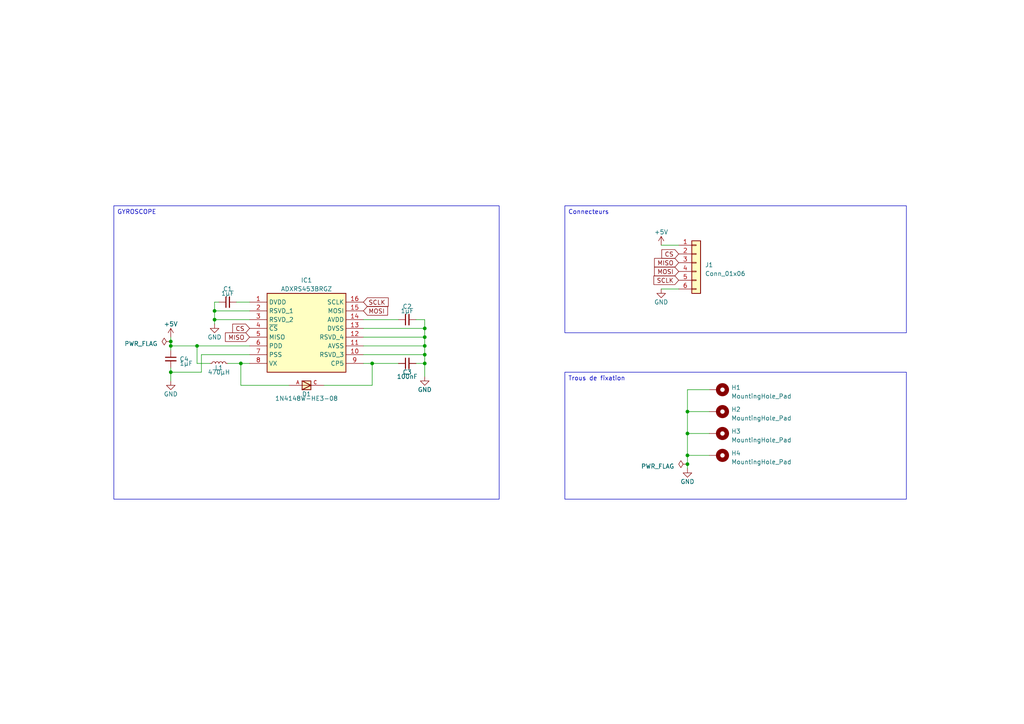
<source format=kicad_sch>
(kicad_sch (version 20230121) (generator eeschema)

  (uuid e9bbd7d5-04a1-485b-9b4b-f2b33c220db3)

  (paper "A4")

  (title_block
    (title "PCB MAYIMONA GYROSCOPE")
    (date "2023-04-06")
    (rev "1.0")
    (company "ENSEA")
  )

  (lib_symbols
    (symbol "1N4148W-HE3-08:1N4148W-HE3-08" (pin_names (offset 1.016)) (in_bom yes) (on_board yes)
      (property "Reference" "D" (at -3.8136 1.7543 0)
        (effects (font (size 1.27 1.27)) (justify left bottom))
      )
      (property "Value" "1N4148W-HE3-08" (at -3.8126 -3.5838 0)
        (effects (font (size 1.27 1.27)) (justify left bottom))
      )
      (property "Footprint" "SOD3715X135N" (at 0 0 0)
        (effects (font (size 1.27 1.27)) (justify bottom) hide)
      )
      (property "Datasheet" "" (at 0 0 0)
        (effects (font (size 1.27 1.27)) hide)
      )
      (property "STANDARD" "IPC7351B" (at 0 0 0)
        (effects (font (size 1.27 1.27)) (justify bottom) hide)
      )
      (property "MANUFACTURER" "Vishay" (at 0 0 0)
        (effects (font (size 1.27 1.27)) (justify bottom) hide)
      )
      (property "PARTREV" "1.7" (at 0 0 0)
        (effects (font (size 1.27 1.27)) (justify bottom) hide)
      )
      (symbol "1N4148W-HE3-08_0_0"
        (rectangle (start -1.27 -1.27) (end 1.27 1.27)
          (stroke (width 0.254) (type default))
          (fill (type background))
        )
        (polyline
          (pts
            (xy -1.27 -1.27)
            (xy 1.27 0)
          )
          (stroke (width 0.254) (type default))
          (fill (type none))
        )
        (polyline
          (pts
            (xy 1.27 0)
            (xy -1.27 1.27)
          )
          (stroke (width 0.254) (type default))
          (fill (type none))
        )
        (pin passive line (at -5.08 0 0) (length 5.08)
          (name "~" (effects (font (size 1.016 1.016))))
          (number "A" (effects (font (size 1.016 1.016))))
        )
        (pin passive line (at 5.08 0 180) (length 5.08)
          (name "~" (effects (font (size 1.016 1.016))))
          (number "C" (effects (font (size 1.016 1.016))))
        )
      )
    )
    (symbol "ADXRS453BRG:ADXRS453BRGZ" (in_bom yes) (on_board yes)
      (property "Reference" "IC" (at 29.21 7.62 0)
        (effects (font (size 1.27 1.27)) (justify left top))
      )
      (property "Value" "ADXRS453BRGZ" (at 29.21 5.08 0)
        (effects (font (size 1.27 1.27)) (justify left top))
      )
      (property "Footprint" "SOIC127P1042X373-16N" (at 29.21 -94.92 0)
        (effects (font (size 1.27 1.27)) (justify left top) hide)
      )
      (property "Datasheet" "https://www.analog.com/media/en/technical-documentation/data-sheets/ADXRS453.pdf" (at 29.21 -194.92 0)
        (effects (font (size 1.27 1.27)) (justify left top) hide)
      )
      (property "Height" "3.73" (at 29.21 -394.92 0)
        (effects (font (size 1.27 1.27)) (justify left top) hide)
      )
      (property "Mouser Part Number" "584-ADXRS453BRGZ" (at 29.21 -494.92 0)
        (effects (font (size 1.27 1.27)) (justify left top) hide)
      )
      (property "Mouser Price/Stock" "https://www.mouser.co.uk/ProductDetail/Analog-Devices/ADXRS453BRGZ?qs=WIvQP4zGanhxCya%2FzhGurw%3D%3D" (at 29.21 -594.92 0)
        (effects (font (size 1.27 1.27)) (justify left top) hide)
      )
      (property "Manufacturer_Name" "Analog Devices" (at 29.21 -694.92 0)
        (effects (font (size 1.27 1.27)) (justify left top) hide)
      )
      (property "Manufacturer_Part_Number" "ADXRS453BRGZ" (at 29.21 -794.92 0)
        (effects (font (size 1.27 1.27)) (justify left top) hide)
      )
      (property "ki_description" "ADXRS453BRGZ Analog Devices, Gyroscope, SPI, 16-Pin SOIC" (at 0 0 0)
        (effects (font (size 1.27 1.27)) hide)
      )
      (symbol "ADXRS453BRGZ_1_1"
        (rectangle (start 5.08 2.54) (end 27.94 -20.32)
          (stroke (width 0.254) (type default))
          (fill (type background))
        )
        (pin passive line (at 0 0 0) (length 5.08)
          (name "DVDD" (effects (font (size 1.27 1.27))))
          (number "1" (effects (font (size 1.27 1.27))))
        )
        (pin passive line (at 33.02 -15.24 180) (length 5.08)
          (name "RSVD_3" (effects (font (size 1.27 1.27))))
          (number "10" (effects (font (size 1.27 1.27))))
        )
        (pin passive line (at 33.02 -12.7 180) (length 5.08)
          (name "AVSS" (effects (font (size 1.27 1.27))))
          (number "11" (effects (font (size 1.27 1.27))))
        )
        (pin passive line (at 33.02 -10.16 180) (length 5.08)
          (name "RSVD_4" (effects (font (size 1.27 1.27))))
          (number "12" (effects (font (size 1.27 1.27))))
        )
        (pin passive line (at 33.02 -7.62 180) (length 5.08)
          (name "DVSS" (effects (font (size 1.27 1.27))))
          (number "13" (effects (font (size 1.27 1.27))))
        )
        (pin passive line (at 33.02 -5.08 180) (length 5.08)
          (name "AVDD" (effects (font (size 1.27 1.27))))
          (number "14" (effects (font (size 1.27 1.27))))
        )
        (pin passive line (at 33.02 -2.54 180) (length 5.08)
          (name "MOSI" (effects (font (size 1.27 1.27))))
          (number "15" (effects (font (size 1.27 1.27))))
        )
        (pin passive line (at 33.02 0 180) (length 5.08)
          (name "SCLK" (effects (font (size 1.27 1.27))))
          (number "16" (effects (font (size 1.27 1.27))))
        )
        (pin passive line (at 0 -2.54 0) (length 5.08)
          (name "RSVD_1" (effects (font (size 1.27 1.27))))
          (number "2" (effects (font (size 1.27 1.27))))
        )
        (pin passive line (at 0 -5.08 0) (length 5.08)
          (name "RSVD_2" (effects (font (size 1.27 1.27))))
          (number "3" (effects (font (size 1.27 1.27))))
        )
        (pin passive line (at 0 -7.62 0) (length 5.08)
          (name "~{CS}" (effects (font (size 1.27 1.27))))
          (number "4" (effects (font (size 1.27 1.27))))
        )
        (pin passive line (at 0 -10.16 0) (length 5.08)
          (name "MISO" (effects (font (size 1.27 1.27))))
          (number "5" (effects (font (size 1.27 1.27))))
        )
        (pin passive line (at 0 -12.7 0) (length 5.08)
          (name "PDD" (effects (font (size 1.27 1.27))))
          (number "6" (effects (font (size 1.27 1.27))))
        )
        (pin passive line (at 0 -15.24 0) (length 5.08)
          (name "PSS" (effects (font (size 1.27 1.27))))
          (number "7" (effects (font (size 1.27 1.27))))
        )
        (pin passive line (at 0 -17.78 0) (length 5.08)
          (name "VX" (effects (font (size 1.27 1.27))))
          (number "8" (effects (font (size 1.27 1.27))))
        )
        (pin passive line (at 33.02 -17.78 180) (length 5.08)
          (name "CP5" (effects (font (size 1.27 1.27))))
          (number "9" (effects (font (size 1.27 1.27))))
        )
      )
    )
    (symbol "Connector_Generic:Conn_01x06" (pin_names (offset 1.016) hide) (in_bom yes) (on_board yes)
      (property "Reference" "J" (at 0 7.62 0)
        (effects (font (size 1.27 1.27)))
      )
      (property "Value" "Conn_01x06" (at 0 -10.16 0)
        (effects (font (size 1.27 1.27)))
      )
      (property "Footprint" "" (at 0 0 0)
        (effects (font (size 1.27 1.27)) hide)
      )
      (property "Datasheet" "~" (at 0 0 0)
        (effects (font (size 1.27 1.27)) hide)
      )
      (property "ki_keywords" "connector" (at 0 0 0)
        (effects (font (size 1.27 1.27)) hide)
      )
      (property "ki_description" "Generic connector, single row, 01x06, script generated (kicad-library-utils/schlib/autogen/connector/)" (at 0 0 0)
        (effects (font (size 1.27 1.27)) hide)
      )
      (property "ki_fp_filters" "Connector*:*_1x??_*" (at 0 0 0)
        (effects (font (size 1.27 1.27)) hide)
      )
      (symbol "Conn_01x06_1_1"
        (rectangle (start -1.27 -7.493) (end 0 -7.747)
          (stroke (width 0.1524) (type default))
          (fill (type none))
        )
        (rectangle (start -1.27 -4.953) (end 0 -5.207)
          (stroke (width 0.1524) (type default))
          (fill (type none))
        )
        (rectangle (start -1.27 -2.413) (end 0 -2.667)
          (stroke (width 0.1524) (type default))
          (fill (type none))
        )
        (rectangle (start -1.27 0.127) (end 0 -0.127)
          (stroke (width 0.1524) (type default))
          (fill (type none))
        )
        (rectangle (start -1.27 2.667) (end 0 2.413)
          (stroke (width 0.1524) (type default))
          (fill (type none))
        )
        (rectangle (start -1.27 5.207) (end 0 4.953)
          (stroke (width 0.1524) (type default))
          (fill (type none))
        )
        (rectangle (start -1.27 6.35) (end 1.27 -8.89)
          (stroke (width 0.254) (type default))
          (fill (type background))
        )
        (pin passive line (at -5.08 5.08 0) (length 3.81)
          (name "Pin_1" (effects (font (size 1.27 1.27))))
          (number "1" (effects (font (size 1.27 1.27))))
        )
        (pin passive line (at -5.08 2.54 0) (length 3.81)
          (name "Pin_2" (effects (font (size 1.27 1.27))))
          (number "2" (effects (font (size 1.27 1.27))))
        )
        (pin passive line (at -5.08 0 0) (length 3.81)
          (name "Pin_3" (effects (font (size 1.27 1.27))))
          (number "3" (effects (font (size 1.27 1.27))))
        )
        (pin passive line (at -5.08 -2.54 0) (length 3.81)
          (name "Pin_4" (effects (font (size 1.27 1.27))))
          (number "4" (effects (font (size 1.27 1.27))))
        )
        (pin passive line (at -5.08 -5.08 0) (length 3.81)
          (name "Pin_5" (effects (font (size 1.27 1.27))))
          (number "5" (effects (font (size 1.27 1.27))))
        )
        (pin passive line (at -5.08 -7.62 0) (length 3.81)
          (name "Pin_6" (effects (font (size 1.27 1.27))))
          (number "6" (effects (font (size 1.27 1.27))))
        )
      )
    )
    (symbol "Device:C_Small" (pin_numbers hide) (pin_names (offset 0.254) hide) (in_bom yes) (on_board yes)
      (property "Reference" "C" (at 0.254 1.778 0)
        (effects (font (size 1.27 1.27)) (justify left))
      )
      (property "Value" "C_Small" (at 0.254 -2.032 0)
        (effects (font (size 1.27 1.27)) (justify left))
      )
      (property "Footprint" "" (at 0 0 0)
        (effects (font (size 1.27 1.27)) hide)
      )
      (property "Datasheet" "~" (at 0 0 0)
        (effects (font (size 1.27 1.27)) hide)
      )
      (property "ki_keywords" "capacitor cap" (at 0 0 0)
        (effects (font (size 1.27 1.27)) hide)
      )
      (property "ki_description" "Unpolarized capacitor, small symbol" (at 0 0 0)
        (effects (font (size 1.27 1.27)) hide)
      )
      (property "ki_fp_filters" "C_*" (at 0 0 0)
        (effects (font (size 1.27 1.27)) hide)
      )
      (symbol "C_Small_0_1"
        (polyline
          (pts
            (xy -1.524 -0.508)
            (xy 1.524 -0.508)
          )
          (stroke (width 0.3302) (type default))
          (fill (type none))
        )
        (polyline
          (pts
            (xy -1.524 0.508)
            (xy 1.524 0.508)
          )
          (stroke (width 0.3048) (type default))
          (fill (type none))
        )
      )
      (symbol "C_Small_1_1"
        (pin passive line (at 0 2.54 270) (length 2.032)
          (name "~" (effects (font (size 1.27 1.27))))
          (number "1" (effects (font (size 1.27 1.27))))
        )
        (pin passive line (at 0 -2.54 90) (length 2.032)
          (name "~" (effects (font (size 1.27 1.27))))
          (number "2" (effects (font (size 1.27 1.27))))
        )
      )
    )
    (symbol "Device:L_Small" (pin_numbers hide) (pin_names (offset 0.254) hide) (in_bom yes) (on_board yes)
      (property "Reference" "L" (at 0.762 1.016 0)
        (effects (font (size 1.27 1.27)) (justify left))
      )
      (property "Value" "L_Small" (at 0.762 -1.016 0)
        (effects (font (size 1.27 1.27)) (justify left))
      )
      (property "Footprint" "" (at 0 0 0)
        (effects (font (size 1.27 1.27)) hide)
      )
      (property "Datasheet" "~" (at 0 0 0)
        (effects (font (size 1.27 1.27)) hide)
      )
      (property "ki_keywords" "inductor choke coil reactor magnetic" (at 0 0 0)
        (effects (font (size 1.27 1.27)) hide)
      )
      (property "ki_description" "Inductor, small symbol" (at 0 0 0)
        (effects (font (size 1.27 1.27)) hide)
      )
      (property "ki_fp_filters" "Choke_* *Coil* Inductor_* L_*" (at 0 0 0)
        (effects (font (size 1.27 1.27)) hide)
      )
      (symbol "L_Small_0_1"
        (arc (start 0 -2.032) (mid 0.5058 -1.524) (end 0 -1.016)
          (stroke (width 0) (type default))
          (fill (type none))
        )
        (arc (start 0 -1.016) (mid 0.5058 -0.508) (end 0 0)
          (stroke (width 0) (type default))
          (fill (type none))
        )
        (arc (start 0 0) (mid 0.5058 0.508) (end 0 1.016)
          (stroke (width 0) (type default))
          (fill (type none))
        )
        (arc (start 0 1.016) (mid 0.5058 1.524) (end 0 2.032)
          (stroke (width 0) (type default))
          (fill (type none))
        )
      )
      (symbol "L_Small_1_1"
        (pin passive line (at 0 2.54 270) (length 0.508)
          (name "~" (effects (font (size 1.27 1.27))))
          (number "1" (effects (font (size 1.27 1.27))))
        )
        (pin passive line (at 0 -2.54 90) (length 0.508)
          (name "~" (effects (font (size 1.27 1.27))))
          (number "2" (effects (font (size 1.27 1.27))))
        )
      )
    )
    (symbol "Mechanical:MountingHole_Pad" (pin_numbers hide) (pin_names (offset 1.016) hide) (in_bom yes) (on_board yes)
      (property "Reference" "H" (at 0 6.35 0)
        (effects (font (size 1.27 1.27)))
      )
      (property "Value" "MountingHole_Pad" (at 0 4.445 0)
        (effects (font (size 1.27 1.27)))
      )
      (property "Footprint" "" (at 0 0 0)
        (effects (font (size 1.27 1.27)) hide)
      )
      (property "Datasheet" "~" (at 0 0 0)
        (effects (font (size 1.27 1.27)) hide)
      )
      (property "ki_keywords" "mounting hole" (at 0 0 0)
        (effects (font (size 1.27 1.27)) hide)
      )
      (property "ki_description" "Mounting Hole with connection" (at 0 0 0)
        (effects (font (size 1.27 1.27)) hide)
      )
      (property "ki_fp_filters" "MountingHole*Pad*" (at 0 0 0)
        (effects (font (size 1.27 1.27)) hide)
      )
      (symbol "MountingHole_Pad_0_1"
        (circle (center 0 1.27) (radius 1.27)
          (stroke (width 1.27) (type default))
          (fill (type none))
        )
      )
      (symbol "MountingHole_Pad_1_1"
        (pin input line (at 0 -2.54 90) (length 2.54)
          (name "1" (effects (font (size 1.27 1.27))))
          (number "1" (effects (font (size 1.27 1.27))))
        )
      )
    )
    (symbol "power:+5V" (power) (pin_names (offset 0)) (in_bom yes) (on_board yes)
      (property "Reference" "#PWR" (at 0 -3.81 0)
        (effects (font (size 1.27 1.27)) hide)
      )
      (property "Value" "+5V" (at 0 3.556 0)
        (effects (font (size 1.27 1.27)))
      )
      (property "Footprint" "" (at 0 0 0)
        (effects (font (size 1.27 1.27)) hide)
      )
      (property "Datasheet" "" (at 0 0 0)
        (effects (font (size 1.27 1.27)) hide)
      )
      (property "ki_keywords" "global power" (at 0 0 0)
        (effects (font (size 1.27 1.27)) hide)
      )
      (property "ki_description" "Power symbol creates a global label with name \"+5V\"" (at 0 0 0)
        (effects (font (size 1.27 1.27)) hide)
      )
      (symbol "+5V_0_1"
        (polyline
          (pts
            (xy -0.762 1.27)
            (xy 0 2.54)
          )
          (stroke (width 0) (type default))
          (fill (type none))
        )
        (polyline
          (pts
            (xy 0 0)
            (xy 0 2.54)
          )
          (stroke (width 0) (type default))
          (fill (type none))
        )
        (polyline
          (pts
            (xy 0 2.54)
            (xy 0.762 1.27)
          )
          (stroke (width 0) (type default))
          (fill (type none))
        )
      )
      (symbol "+5V_1_1"
        (pin power_in line (at 0 0 90) (length 0) hide
          (name "+5V" (effects (font (size 1.27 1.27))))
          (number "1" (effects (font (size 1.27 1.27))))
        )
      )
    )
    (symbol "power:GND" (power) (pin_names (offset 0)) (in_bom yes) (on_board yes)
      (property "Reference" "#PWR" (at 0 -6.35 0)
        (effects (font (size 1.27 1.27)) hide)
      )
      (property "Value" "GND" (at 0 -3.81 0)
        (effects (font (size 1.27 1.27)))
      )
      (property "Footprint" "" (at 0 0 0)
        (effects (font (size 1.27 1.27)) hide)
      )
      (property "Datasheet" "" (at 0 0 0)
        (effects (font (size 1.27 1.27)) hide)
      )
      (property "ki_keywords" "global power" (at 0 0 0)
        (effects (font (size 1.27 1.27)) hide)
      )
      (property "ki_description" "Power symbol creates a global label with name \"GND\" , ground" (at 0 0 0)
        (effects (font (size 1.27 1.27)) hide)
      )
      (symbol "GND_0_1"
        (polyline
          (pts
            (xy 0 0)
            (xy 0 -1.27)
            (xy 1.27 -1.27)
            (xy 0 -2.54)
            (xy -1.27 -1.27)
            (xy 0 -1.27)
          )
          (stroke (width 0) (type default))
          (fill (type none))
        )
      )
      (symbol "GND_1_1"
        (pin power_in line (at 0 0 270) (length 0) hide
          (name "GND" (effects (font (size 1.27 1.27))))
          (number "1" (effects (font (size 1.27 1.27))))
        )
      )
    )
    (symbol "power:PWR_FLAG" (power) (pin_numbers hide) (pin_names (offset 0) hide) (in_bom yes) (on_board yes)
      (property "Reference" "#FLG" (at 0 1.905 0)
        (effects (font (size 1.27 1.27)) hide)
      )
      (property "Value" "PWR_FLAG" (at 0 3.81 0)
        (effects (font (size 1.27 1.27)))
      )
      (property "Footprint" "" (at 0 0 0)
        (effects (font (size 1.27 1.27)) hide)
      )
      (property "Datasheet" "~" (at 0 0 0)
        (effects (font (size 1.27 1.27)) hide)
      )
      (property "ki_keywords" "flag power" (at 0 0 0)
        (effects (font (size 1.27 1.27)) hide)
      )
      (property "ki_description" "Special symbol for telling ERC where power comes from" (at 0 0 0)
        (effects (font (size 1.27 1.27)) hide)
      )
      (symbol "PWR_FLAG_0_0"
        (pin power_out line (at 0 0 90) (length 0)
          (name "pwr" (effects (font (size 1.27 1.27))))
          (number "1" (effects (font (size 1.27 1.27))))
        )
      )
      (symbol "PWR_FLAG_0_1"
        (polyline
          (pts
            (xy 0 0)
            (xy 0 1.27)
            (xy -1.016 1.905)
            (xy 0 2.54)
            (xy 1.016 1.905)
            (xy 0 1.27)
          )
          (stroke (width 0) (type default))
          (fill (type none))
        )
      )
    )
  )

  (junction (at 123.19 97.79) (diameter 0) (color 0 0 0 0)
    (uuid 13934eec-c973-48b6-ad87-8f0d4c70bb34)
  )
  (junction (at 57.15 100.33) (diameter 0) (color 0 0 0 0)
    (uuid 1e0701d7-3632-48ca-a452-8a7903b6a48d)
  )
  (junction (at 49.53 100.33) (diameter 0) (color 0 0 0 0)
    (uuid 1ebbbacb-64dd-463e-8829-0dbb254cdba1)
  )
  (junction (at 199.39 125.73) (diameter 0) (color 0 0 0 0)
    (uuid 2203eb2f-9dd3-4dbc-8b5f-e749f1c90c7d)
  )
  (junction (at 49.53 107.95) (diameter 0) (color 0 0 0 0)
    (uuid 372bb2a2-0d5f-441d-8660-d174084f5043)
  )
  (junction (at 69.85 105.41) (diameter 0) (color 0 0 0 0)
    (uuid 4eff629e-8429-403b-bcef-1a1f7d46924c)
  )
  (junction (at 123.19 100.33) (diameter 0) (color 0 0 0 0)
    (uuid 574530b7-ab41-4e91-be6b-747dc3e74ae5)
  )
  (junction (at 199.39 134.62) (diameter 0) (color 0 0 0 0)
    (uuid 59d2ad00-1428-4319-8b1b-3e6fbe731034)
  )
  (junction (at 62.23 92.71) (diameter 0) (color 0 0 0 0)
    (uuid 5c29c18b-d7c2-41d2-8354-fbd49544d367)
  )
  (junction (at 49.53 99.06) (diameter 0) (color 0 0 0 0)
    (uuid 5fe2f67b-aa51-4882-9447-6a8de468b8fc)
  )
  (junction (at 123.19 95.25) (diameter 0) (color 0 0 0 0)
    (uuid 9e8523b5-c282-4041-8353-710d0425ccdc)
  )
  (junction (at 123.19 102.87) (diameter 0) (color 0 0 0 0)
    (uuid b11aaf40-7994-43cf-8a8f-5a496d66355b)
  )
  (junction (at 107.95 105.41) (diameter 0) (color 0 0 0 0)
    (uuid cfdcde83-9a87-4284-8274-ff67de3df643)
  )
  (junction (at 62.23 90.17) (diameter 0) (color 0 0 0 0)
    (uuid d80a9f01-c404-442b-8872-a84bde854782)
  )
  (junction (at 199.39 119.38) (diameter 0) (color 0 0 0 0)
    (uuid e17f7142-0c14-42bf-b4e5-f6e5d95cf8da)
  )
  (junction (at 123.19 105.41) (diameter 0) (color 0 0 0 0)
    (uuid f1bb14b9-d97b-4769-9bf1-e82960bb7952)
  )
  (junction (at 199.39 132.08) (diameter 0) (color 0 0 0 0)
    (uuid fb1869ad-021b-428f-841a-22df5041254c)
  )

  (wire (pts (xy 49.53 100.33) (xy 49.53 101.6))
    (stroke (width 0) (type default))
    (uuid 023eb14b-3380-4b77-ad75-1a724dd0476a)
  )
  (wire (pts (xy 105.41 100.33) (xy 123.19 100.33))
    (stroke (width 0) (type default))
    (uuid 02e35e07-b188-494a-be4f-df2e4b28067b)
  )
  (wire (pts (xy 105.41 102.87) (xy 123.19 102.87))
    (stroke (width 0) (type default))
    (uuid 06c9174b-7fb0-4dc5-8a2c-e9c10de290cf)
  )
  (wire (pts (xy 93.98 111.76) (xy 107.95 111.76))
    (stroke (width 0) (type default))
    (uuid 0badf035-aeec-40f2-a981-fbde5e1bd4ee)
  )
  (wire (pts (xy 49.53 107.95) (xy 49.53 106.68))
    (stroke (width 0) (type default))
    (uuid 0e34b2ce-52f3-415f-ac87-98b1e1ead698)
  )
  (wire (pts (xy 58.42 102.87) (xy 58.42 107.95))
    (stroke (width 0) (type default))
    (uuid 0ffdc038-cd89-4ad4-a2eb-448bbda7d683)
  )
  (wire (pts (xy 123.19 95.25) (xy 123.19 97.79))
    (stroke (width 0) (type default))
    (uuid 1bfe81c5-2134-4758-be5a-d3d881f9b925)
  )
  (wire (pts (xy 66.04 105.41) (xy 69.85 105.41))
    (stroke (width 0) (type default))
    (uuid 1cbd5624-96d9-4731-a5a8-05139be1d4a4)
  )
  (wire (pts (xy 199.39 132.08) (xy 199.39 134.62))
    (stroke (width 0) (type default))
    (uuid 1d8dc7c4-f534-4457-806f-19d886c5a8a8)
  )
  (wire (pts (xy 199.39 119.38) (xy 199.39 125.73))
    (stroke (width 0) (type default))
    (uuid 243699c9-107d-4102-bda2-685518613ac9)
  )
  (wire (pts (xy 69.85 105.41) (xy 72.39 105.41))
    (stroke (width 0) (type default))
    (uuid 262e28c7-18da-4f80-a7ef-eaa04f316afc)
  )
  (wire (pts (xy 57.15 100.33) (xy 72.39 100.33))
    (stroke (width 0) (type default))
    (uuid 29547406-a649-43b7-96dc-c3c7f03f1653)
  )
  (wire (pts (xy 60.96 105.41) (xy 57.15 105.41))
    (stroke (width 0) (type default))
    (uuid 2e729681-854d-4464-ad65-926980f64e2c)
  )
  (wire (pts (xy 123.19 100.33) (xy 123.19 102.87))
    (stroke (width 0) (type default))
    (uuid 2f575632-6a7c-44c5-8b10-aadc3b8edbe6)
  )
  (wire (pts (xy 123.19 105.41) (xy 123.19 109.22))
    (stroke (width 0) (type default))
    (uuid 2f6f7d29-ec4c-4213-bf9b-cd47a3bd1cdb)
  )
  (wire (pts (xy 123.19 102.87) (xy 123.19 105.41))
    (stroke (width 0) (type default))
    (uuid 331f59c5-6d11-4357-bd63-236da261f1d8)
  )
  (wire (pts (xy 68.58 87.63) (xy 72.39 87.63))
    (stroke (width 0) (type default))
    (uuid 332f3d22-6640-45e7-a111-94e260ce728d)
  )
  (wire (pts (xy 105.41 92.71) (xy 115.57 92.71))
    (stroke (width 0) (type default))
    (uuid 359b826e-9522-4bc0-b3d7-5d0a0c2b5d50)
  )
  (wire (pts (xy 57.15 100.33) (xy 57.15 105.41))
    (stroke (width 0) (type default))
    (uuid 3eb66a50-8e0e-493f-8b91-9ece62395cfa)
  )
  (wire (pts (xy 72.39 102.87) (xy 58.42 102.87))
    (stroke (width 0) (type default))
    (uuid 44a03da7-dabd-401d-a8b9-4303d61c61f6)
  )
  (wire (pts (xy 58.42 107.95) (xy 49.53 107.95))
    (stroke (width 0) (type default))
    (uuid 45022324-7466-4bff-8680-1c114157f160)
  )
  (wire (pts (xy 199.39 113.03) (xy 199.39 119.38))
    (stroke (width 0) (type default))
    (uuid 458160b4-c607-42a2-924a-d9a14e752408)
  )
  (wire (pts (xy 62.23 90.17) (xy 72.39 90.17))
    (stroke (width 0) (type default))
    (uuid 4f1ffc39-3b85-400f-bd5e-dc924db950ed)
  )
  (wire (pts (xy 49.53 97.79) (xy 49.53 99.06))
    (stroke (width 0) (type default))
    (uuid 5aaec74b-06e9-49fd-9170-7620a17844cf)
  )
  (wire (pts (xy 62.23 87.63) (xy 62.23 90.17))
    (stroke (width 0) (type default))
    (uuid 62492cae-f7b1-4645-ba99-a1c476a6cdb0)
  )
  (wire (pts (xy 120.65 92.71) (xy 123.19 92.71))
    (stroke (width 0) (type default))
    (uuid 732de86c-2367-45fb-8720-cc534d787a4f)
  )
  (wire (pts (xy 63.5 87.63) (xy 62.23 87.63))
    (stroke (width 0) (type default))
    (uuid 77cab692-9349-4222-9f27-277158012a0d)
  )
  (wire (pts (xy 199.39 132.08) (xy 205.74 132.08))
    (stroke (width 0) (type default))
    (uuid 78f4bdb6-41d2-46d3-a7aa-d7977ad25168)
  )
  (wire (pts (xy 199.39 125.73) (xy 199.39 132.08))
    (stroke (width 0) (type default))
    (uuid 821428ad-c8ce-4a34-bcc1-79b6b0fb4cc9)
  )
  (wire (pts (xy 69.85 111.76) (xy 83.82 111.76))
    (stroke (width 0) (type default))
    (uuid 91141d96-7484-414b-8958-7ef516966ba5)
  )
  (wire (pts (xy 107.95 111.76) (xy 107.95 105.41))
    (stroke (width 0) (type default))
    (uuid 9862d706-03ee-4eca-9ccb-676d60ec1369)
  )
  (wire (pts (xy 191.77 83.82) (xy 196.85 83.82))
    (stroke (width 0) (type default))
    (uuid 9cea19cc-5e41-460e-8b78-7ce59d446cc8)
  )
  (wire (pts (xy 191.77 71.12) (xy 196.85 71.12))
    (stroke (width 0) (type default))
    (uuid 9e7daf41-2267-4d36-9c8d-b13e1d45a6a3)
  )
  (wire (pts (xy 199.39 134.62) (xy 199.39 135.89))
    (stroke (width 0) (type default))
    (uuid a2129aa8-601f-4d2f-856e-cf0611c6e62b)
  )
  (wire (pts (xy 62.23 92.71) (xy 72.39 92.71))
    (stroke (width 0) (type default))
    (uuid a5fbc173-c384-4e4a-a2e1-c9d461ef7d4f)
  )
  (wire (pts (xy 123.19 92.71) (xy 123.19 95.25))
    (stroke (width 0) (type default))
    (uuid ad15229e-9239-4dee-a792-642218018bec)
  )
  (wire (pts (xy 123.19 97.79) (xy 123.19 100.33))
    (stroke (width 0) (type default))
    (uuid b83122be-e54a-441c-86a6-9d49f7fadb6b)
  )
  (wire (pts (xy 199.39 125.73) (xy 205.74 125.73))
    (stroke (width 0) (type default))
    (uuid c2045426-f8d3-4104-aa0c-b6a4f9acc023)
  )
  (wire (pts (xy 105.41 97.79) (xy 123.19 97.79))
    (stroke (width 0) (type default))
    (uuid c20885ca-1382-4c57-9e35-421819251a5d)
  )
  (wire (pts (xy 120.65 105.41) (xy 123.19 105.41))
    (stroke (width 0) (type default))
    (uuid d0152fda-4c63-4cd1-b5cf-3198fef1d6e7)
  )
  (wire (pts (xy 62.23 90.17) (xy 62.23 92.71))
    (stroke (width 0) (type default))
    (uuid d5344ba4-2957-46a5-bab2-5e252a3258fc)
  )
  (wire (pts (xy 69.85 111.76) (xy 69.85 105.41))
    (stroke (width 0) (type default))
    (uuid dcec2e65-7414-4d23-9cc2-3c10f257e209)
  )
  (wire (pts (xy 49.53 99.06) (xy 49.53 100.33))
    (stroke (width 0) (type default))
    (uuid deacbe78-c744-4abb-a7c6-08e409b495f4)
  )
  (wire (pts (xy 105.41 105.41) (xy 107.95 105.41))
    (stroke (width 0) (type default))
    (uuid df58af83-0d08-4976-a388-641e59819c60)
  )
  (wire (pts (xy 205.74 113.03) (xy 199.39 113.03))
    (stroke (width 0) (type default))
    (uuid e13fdbb2-782b-425a-a1d6-0b4f08025b78)
  )
  (wire (pts (xy 49.53 100.33) (xy 57.15 100.33))
    (stroke (width 0) (type default))
    (uuid e1a846d7-d7b9-4e1d-8420-84e35a4181aa)
  )
  (wire (pts (xy 199.39 119.38) (xy 205.74 119.38))
    (stroke (width 0) (type default))
    (uuid e4df8ab9-de70-430d-9c1c-a81264ffaea8)
  )
  (wire (pts (xy 49.53 107.95) (xy 49.53 110.49))
    (stroke (width 0) (type default))
    (uuid e4f3014f-00f2-4421-95d6-718ef931e559)
  )
  (wire (pts (xy 105.41 95.25) (xy 123.19 95.25))
    (stroke (width 0) (type default))
    (uuid f4d67ad4-0666-4ff7-b407-66ad584a0f61)
  )
  (wire (pts (xy 62.23 93.98) (xy 62.23 92.71))
    (stroke (width 0) (type default))
    (uuid fac45e15-68dd-4afd-bbc7-46ab0082e108)
  )
  (wire (pts (xy 107.95 105.41) (xy 115.57 105.41))
    (stroke (width 0) (type default))
    (uuid face8560-a466-4f16-9351-4662cd1d786f)
  )

  (text_box "Trous de fixation"
    (at 163.83 107.95 0) (size 99.06 36.83)
    (stroke (width 0) (type default))
    (fill (type none))
    (effects (font (size 1.27 1.27)) (justify left top))
    (uuid 12e2a128-3450-4afb-90a3-1f0641459683)
  )
  (text_box "GYROSCOPE"
    (at 33.02 59.69 0) (size 111.76 85.09)
    (stroke (width 0) (type default))
    (fill (type none))
    (effects (font (size 1.27 1.27)) (justify left top))
    (uuid 38062604-ffb2-48b9-8f39-e5d88a1e7a3e)
  )
  (text_box "Connecteurs"
    (at 163.83 59.69 0) (size 99.06 36.83)
    (stroke (width 0) (type default))
    (fill (type none))
    (effects (font (size 1.27 1.27)) (justify left top))
    (uuid 5e7c23c7-289d-4242-a62c-65aa87fc9a56)
  )

  (global_label "MOSI" (shape input) (at 196.85 78.74 180) (fields_autoplaced)
    (effects (font (size 1.27 1.27)) (justify right))
    (uuid 46e859c4-6134-4fad-b1c2-f8af814440ee)
    (property "Intersheetrefs" "${INTERSHEET_REFS}" (at 189.348 78.74 0)
      (effects (font (size 1.27 1.27)) (justify right) hide)
    )
  )
  (global_label "CS" (shape input) (at 196.85 73.66 180) (fields_autoplaced)
    (effects (font (size 1.27 1.27)) (justify right))
    (uuid 484d8974-a6f6-44ae-b569-0cd78fb5d462)
    (property "Intersheetrefs" "${INTERSHEET_REFS}" (at 191.4647 73.66 0)
      (effects (font (size 1.27 1.27)) (justify right) hide)
    )
  )
  (global_label "MISO" (shape input) (at 72.39 97.79 180) (fields_autoplaced)
    (effects (font (size 1.27 1.27)) (justify right))
    (uuid 6b053da2-5521-4196-9ff2-05b3d429df93)
    (property "Intersheetrefs" "${INTERSHEET_REFS}" (at 64.888 97.79 0)
      (effects (font (size 1.27 1.27)) (justify right) hide)
    )
  )
  (global_label "SCLK" (shape input) (at 105.41 87.63 0) (fields_autoplaced)
    (effects (font (size 1.27 1.27)) (justify left))
    (uuid 85b885a6-fd7e-480d-aa3d-195c39c389f8)
    (property "Intersheetrefs" "${INTERSHEET_REFS}" (at 113.0934 87.63 0)
      (effects (font (size 1.27 1.27)) (justify left) hide)
    )
  )
  (global_label "MISO" (shape input) (at 196.85 76.2 180) (fields_autoplaced)
    (effects (font (size 1.27 1.27)) (justify right))
    (uuid 85de1665-d0e6-469d-8326-c31a5ce0bad4)
    (property "Intersheetrefs" "${INTERSHEET_REFS}" (at 189.348 76.2 0)
      (effects (font (size 1.27 1.27)) (justify right) hide)
    )
  )
  (global_label "CS" (shape input) (at 72.39 95.25 180) (fields_autoplaced)
    (effects (font (size 1.27 1.27)) (justify right))
    (uuid 9070c530-5bfa-4660-8f30-7c900d1e29f5)
    (property "Intersheetrefs" "${INTERSHEET_REFS}" (at 67.0047 95.25 0)
      (effects (font (size 1.27 1.27)) (justify right) hide)
    )
  )
  (global_label "MOSI" (shape input) (at 105.41 90.17 0) (fields_autoplaced)
    (effects (font (size 1.27 1.27)) (justify left))
    (uuid b069213d-0ee4-4a2e-9c64-b529d2b99301)
    (property "Intersheetrefs" "${INTERSHEET_REFS}" (at 112.912 90.17 0)
      (effects (font (size 1.27 1.27)) (justify left) hide)
    )
  )
  (global_label "SCLK" (shape input) (at 196.85 81.28 180) (fields_autoplaced)
    (effects (font (size 1.27 1.27)) (justify right))
    (uuid e666b515-600d-4dad-94b6-8e724b33db97)
    (property "Intersheetrefs" "${INTERSHEET_REFS}" (at 189.1666 81.28 0)
      (effects (font (size 1.27 1.27)) (justify right) hide)
    )
  )

  (symbol (lib_id "Mechanical:MountingHole_Pad") (at 208.28 119.38 270) (unit 1)
    (in_bom yes) (on_board yes) (dnp no) (fields_autoplaced)
    (uuid 01d453fd-80b3-4b04-9d6d-2aaad0ca29da)
    (property "Reference" "H2" (at 212.09 118.745 90)
      (effects (font (size 1.27 1.27)) (justify left))
    )
    (property "Value" "MountingHole_Pad" (at 212.09 121.285 90)
      (effects (font (size 1.27 1.27)) (justify left))
    )
    (property "Footprint" "MountingHole:MountingHole_3.2mm_M3_DIN965_Pad" (at 208.28 119.38 0)
      (effects (font (size 1.27 1.27)) hide)
    )
    (property "Datasheet" "~" (at 208.28 119.38 0)
      (effects (font (size 1.27 1.27)) hide)
    )
    (pin "1" (uuid 107f86fe-19bb-4047-9cbf-dc6f4e587cf8))
    (instances
      (project "PCBGYRO"
        (path "/e9bbd7d5-04a1-485b-9b4b-f2b33c220db3"
          (reference "H2") (unit 1)
        )
      )
    )
  )

  (symbol (lib_id "power:PWR_FLAG") (at 199.39 134.62 90) (unit 1)
    (in_bom yes) (on_board yes) (dnp no) (fields_autoplaced)
    (uuid 0ce0e873-d3bf-4e73-97ec-a17ea3ffd9e8)
    (property "Reference" "#FLG02" (at 197.485 134.62 0)
      (effects (font (size 1.27 1.27)) hide)
    )
    (property "Value" "PWR_FLAG" (at 195.58 135.255 90)
      (effects (font (size 1.27 1.27)) (justify left))
    )
    (property "Footprint" "" (at 199.39 134.62 0)
      (effects (font (size 1.27 1.27)) hide)
    )
    (property "Datasheet" "~" (at 199.39 134.62 0)
      (effects (font (size 1.27 1.27)) hide)
    )
    (pin "1" (uuid 794b62d2-e519-4f71-8085-ec5802b10c25))
    (instances
      (project "PCBGYRO"
        (path "/e9bbd7d5-04a1-485b-9b4b-f2b33c220db3"
          (reference "#FLG02") (unit 1)
        )
      )
    )
  )

  (symbol (lib_id "1N4148W-HE3-08:1N4148W-HE3-08") (at 88.9 111.76 0) (unit 1)
    (in_bom yes) (on_board yes) (dnp no)
    (uuid 12fc6ad5-3cfb-4c59-93a3-97c51bbc012c)
    (property "Reference" "D1" (at 88.9 114.3 0)
      (effects (font (size 1.27 1.27)))
    )
    (property "Value" "1N4148W-HE3-08" (at 88.9 115.57 0)
      (effects (font (size 1.27 1.27)))
    )
    (property "Footprint" "DIODE:SOD3715X135N" (at 88.9 111.76 0)
      (effects (font (size 1.27 1.27)) (justify bottom) hide)
    )
    (property "Datasheet" "" (at 88.9 111.76 0)
      (effects (font (size 1.27 1.27)) hide)
    )
    (property "STANDARD" "IPC7351B" (at 88.9 111.76 0)
      (effects (font (size 1.27 1.27)) (justify bottom) hide)
    )
    (property "MANUFACTURER" "Vishay" (at 88.9 111.76 0)
      (effects (font (size 1.27 1.27)) (justify bottom) hide)
    )
    (property "PARTREV" "1.7" (at 88.9 111.76 0)
      (effects (font (size 1.27 1.27)) (justify bottom) hide)
    )
    (pin "A" (uuid aa2a56a3-1812-4f89-83e8-0c5a8b74746a))
    (pin "C" (uuid 708c26ca-655d-482d-a38b-8740645e4c0c))
    (instances
      (project "PCBGYRO"
        (path "/e9bbd7d5-04a1-485b-9b4b-f2b33c220db3"
          (reference "D1") (unit 1)
        )
      )
    )
  )

  (symbol (lib_id "power:GND") (at 49.53 110.49 0) (unit 1)
    (in_bom yes) (on_board yes) (dnp no)
    (uuid 23b1f101-d89f-4c90-8c1c-2c198be4802a)
    (property "Reference" "#PWR06" (at 49.53 116.84 0)
      (effects (font (size 1.27 1.27)) hide)
    )
    (property "Value" "GND" (at 49.53 114.3 0)
      (effects (font (size 1.27 1.27)))
    )
    (property "Footprint" "" (at 49.53 110.49 0)
      (effects (font (size 1.27 1.27)) hide)
    )
    (property "Datasheet" "" (at 49.53 110.49 0)
      (effects (font (size 1.27 1.27)) hide)
    )
    (pin "1" (uuid 8fadd614-02ab-473c-a53d-e71e6de1d755))
    (instances
      (project "PCBGYRO"
        (path "/e9bbd7d5-04a1-485b-9b4b-f2b33c220db3"
          (reference "#PWR06") (unit 1)
        )
      )
    )
  )

  (symbol (lib_id "power:+5V") (at 191.77 71.12 0) (unit 1)
    (in_bom yes) (on_board yes) (dnp no) (fields_autoplaced)
    (uuid 28fdf6a5-b88b-47d6-bd32-e00574f8b9c1)
    (property "Reference" "#PWR02" (at 191.77 74.93 0)
      (effects (font (size 1.27 1.27)) hide)
    )
    (property "Value" "+5V" (at 191.77 67.31 0)
      (effects (font (size 1.27 1.27)))
    )
    (property "Footprint" "" (at 191.77 71.12 0)
      (effects (font (size 1.27 1.27)) hide)
    )
    (property "Datasheet" "" (at 191.77 71.12 0)
      (effects (font (size 1.27 1.27)) hide)
    )
    (pin "1" (uuid e31236dd-35b6-45ad-8f5f-f267cbd35b19))
    (instances
      (project "PCBGYRO"
        (path "/e9bbd7d5-04a1-485b-9b4b-f2b33c220db3"
          (reference "#PWR02") (unit 1)
        )
      )
    )
  )

  (symbol (lib_id "power:+5V") (at 49.53 97.79 0) (unit 1)
    (in_bom yes) (on_board yes) (dnp no) (fields_autoplaced)
    (uuid 33da0df0-115c-4308-b055-731cb5b66be3)
    (property "Reference" "#PWR01" (at 49.53 101.6 0)
      (effects (font (size 1.27 1.27)) hide)
    )
    (property "Value" "+5V" (at 49.53 93.98 0)
      (effects (font (size 1.27 1.27)))
    )
    (property "Footprint" "" (at 49.53 97.79 0)
      (effects (font (size 1.27 1.27)) hide)
    )
    (property "Datasheet" "" (at 49.53 97.79 0)
      (effects (font (size 1.27 1.27)) hide)
    )
    (pin "1" (uuid feb4452b-2ffb-4f32-ac34-e02ffddfec8f))
    (instances
      (project "PCBGYRO"
        (path "/e9bbd7d5-04a1-485b-9b4b-f2b33c220db3"
          (reference "#PWR01") (unit 1)
        )
      )
    )
  )

  (symbol (lib_id "power:GND") (at 123.19 109.22 0) (unit 1)
    (in_bom yes) (on_board yes) (dnp no)
    (uuid 34093d0b-d1f9-4a22-a509-7e7603da0b63)
    (property "Reference" "#PWR05" (at 123.19 115.57 0)
      (effects (font (size 1.27 1.27)) hide)
    )
    (property "Value" "GND" (at 123.19 113.03 0)
      (effects (font (size 1.27 1.27)))
    )
    (property "Footprint" "" (at 123.19 109.22 0)
      (effects (font (size 1.27 1.27)) hide)
    )
    (property "Datasheet" "" (at 123.19 109.22 0)
      (effects (font (size 1.27 1.27)) hide)
    )
    (pin "1" (uuid fce64655-77ec-413d-8be3-a6291f416d57))
    (instances
      (project "PCBGYRO"
        (path "/e9bbd7d5-04a1-485b-9b4b-f2b33c220db3"
          (reference "#PWR05") (unit 1)
        )
      )
    )
  )

  (symbol (lib_id "Mechanical:MountingHole_Pad") (at 208.28 132.08 270) (unit 1)
    (in_bom yes) (on_board yes) (dnp no) (fields_autoplaced)
    (uuid 5ba7cb67-6c08-438a-a01f-98fa2cbb6326)
    (property "Reference" "H4" (at 212.09 131.445 90)
      (effects (font (size 1.27 1.27)) (justify left))
    )
    (property "Value" "MountingHole_Pad" (at 212.09 133.985 90)
      (effects (font (size 1.27 1.27)) (justify left))
    )
    (property "Footprint" "MountingHole:MountingHole_3.2mm_M3_DIN965_Pad" (at 208.28 132.08 0)
      (effects (font (size 1.27 1.27)) hide)
    )
    (property "Datasheet" "~" (at 208.28 132.08 0)
      (effects (font (size 1.27 1.27)) hide)
    )
    (pin "1" (uuid 72f2eb2a-be3c-4776-8c92-5382de18f816))
    (instances
      (project "PCBGYRO"
        (path "/e9bbd7d5-04a1-485b-9b4b-f2b33c220db3"
          (reference "H4") (unit 1)
        )
      )
    )
  )

  (symbol (lib_id "power:GND") (at 199.39 135.89 0) (unit 1)
    (in_bom yes) (on_board yes) (dnp no)
    (uuid 5f0e768c-30b5-4ad0-b27d-2f14882ece7a)
    (property "Reference" "#PWR07" (at 199.39 142.24 0)
      (effects (font (size 1.27 1.27)) hide)
    )
    (property "Value" "GND" (at 199.39 139.7 0)
      (effects (font (size 1.27 1.27)))
    )
    (property "Footprint" "" (at 199.39 135.89 0)
      (effects (font (size 1.27 1.27)) hide)
    )
    (property "Datasheet" "" (at 199.39 135.89 0)
      (effects (font (size 1.27 1.27)) hide)
    )
    (pin "1" (uuid c9530eee-233a-4b35-9f0e-9236df8bc710))
    (instances
      (project "PCBGYRO"
        (path "/e9bbd7d5-04a1-485b-9b4b-f2b33c220db3"
          (reference "#PWR07") (unit 1)
        )
      )
    )
  )

  (symbol (lib_id "power:GND") (at 191.77 83.82 0) (unit 1)
    (in_bom yes) (on_board yes) (dnp no)
    (uuid 65c94a23-d7d7-4b68-bfee-c9f7a3814c90)
    (property "Reference" "#PWR03" (at 191.77 90.17 0)
      (effects (font (size 1.27 1.27)) hide)
    )
    (property "Value" "GND" (at 191.77 87.63 0)
      (effects (font (size 1.27 1.27)))
    )
    (property "Footprint" "" (at 191.77 83.82 0)
      (effects (font (size 1.27 1.27)) hide)
    )
    (property "Datasheet" "" (at 191.77 83.82 0)
      (effects (font (size 1.27 1.27)) hide)
    )
    (pin "1" (uuid 97b8414c-ce3c-4221-a3ba-a9e5f9d2d2d1))
    (instances
      (project "PCBGYRO"
        (path "/e9bbd7d5-04a1-485b-9b4b-f2b33c220db3"
          (reference "#PWR03") (unit 1)
        )
      )
    )
  )

  (symbol (lib_id "Device:C_Small") (at 118.11 105.41 90) (unit 1)
    (in_bom yes) (on_board yes) (dnp no)
    (uuid 7b5b78bc-896b-4827-a5e0-4790201e1d17)
    (property "Reference" "C3" (at 118.11 107.95 90)
      (effects (font (size 1.27 1.27)))
    )
    (property "Value" "100nF" (at 118.11 109.22 90)
      (effects (font (size 1.27 1.27)))
    )
    (property "Footprint" "Capacitor_SMD:C_0603_1608Metric_Pad1.08x0.95mm_HandSolder" (at 118.11 105.41 0)
      (effects (font (size 1.27 1.27)) hide)
    )
    (property "Datasheet" "~" (at 118.11 105.41 0)
      (effects (font (size 1.27 1.27)) hide)
    )
    (pin "1" (uuid 13f70207-dc02-4e9f-864c-dbb350d4929b))
    (pin "2" (uuid 1e9fc707-931e-4cf7-8185-6ab27e23e26e))
    (instances
      (project "PCBGYRO"
        (path "/e9bbd7d5-04a1-485b-9b4b-f2b33c220db3"
          (reference "C3") (unit 1)
        )
      )
    )
  )

  (symbol (lib_id "Mechanical:MountingHole_Pad") (at 208.28 125.73 270) (unit 1)
    (in_bom yes) (on_board yes) (dnp no) (fields_autoplaced)
    (uuid 89fa8f00-d7c2-4657-9ad8-c7af39e68a55)
    (property "Reference" "H3" (at 212.09 125.095 90)
      (effects (font (size 1.27 1.27)) (justify left))
    )
    (property "Value" "MountingHole_Pad" (at 212.09 127.635 90)
      (effects (font (size 1.27 1.27)) (justify left))
    )
    (property "Footprint" "MountingHole:MountingHole_3.2mm_M3_DIN965_Pad" (at 208.28 125.73 0)
      (effects (font (size 1.27 1.27)) hide)
    )
    (property "Datasheet" "~" (at 208.28 125.73 0)
      (effects (font (size 1.27 1.27)) hide)
    )
    (pin "1" (uuid a03361cc-92ba-42a6-b805-e001fb3c5ebb))
    (instances
      (project "PCBGYRO"
        (path "/e9bbd7d5-04a1-485b-9b4b-f2b33c220db3"
          (reference "H3") (unit 1)
        )
      )
    )
  )

  (symbol (lib_id "Device:C_Small") (at 49.53 104.14 0) (unit 1)
    (in_bom yes) (on_board yes) (dnp no)
    (uuid 8b8e0898-cbe6-42b7-a16b-9f0ac6071bd2)
    (property "Reference" "C4" (at 52.07 104.14 0)
      (effects (font (size 1.27 1.27)) (justify left))
    )
    (property "Value" "1µF" (at 52.07 105.41 0)
      (effects (font (size 1.27 1.27)) (justify left))
    )
    (property "Footprint" "Capacitor_SMD:C_0603_1608Metric_Pad1.08x0.95mm_HandSolder" (at 49.53 104.14 0)
      (effects (font (size 1.27 1.27)) hide)
    )
    (property "Datasheet" "~" (at 49.53 104.14 0)
      (effects (font (size 1.27 1.27)) hide)
    )
    (pin "1" (uuid 2332ab9b-8b8b-4da0-b3db-912d0696917f))
    (pin "2" (uuid c291acd4-b2d1-4f5a-9629-79f71f8da22f))
    (instances
      (project "PCBGYRO"
        (path "/e9bbd7d5-04a1-485b-9b4b-f2b33c220db3"
          (reference "C4") (unit 1)
        )
      )
    )
  )

  (symbol (lib_id "Mechanical:MountingHole_Pad") (at 208.28 113.03 270) (unit 1)
    (in_bom yes) (on_board yes) (dnp no) (fields_autoplaced)
    (uuid 954d8ab0-9fab-44a2-b5b8-3a62380cd078)
    (property "Reference" "H1" (at 212.09 112.395 90)
      (effects (font (size 1.27 1.27)) (justify left))
    )
    (property "Value" "MountingHole_Pad" (at 212.09 114.935 90)
      (effects (font (size 1.27 1.27)) (justify left))
    )
    (property "Footprint" "MountingHole:MountingHole_3.2mm_M3_DIN965_Pad" (at 208.28 113.03 0)
      (effects (font (size 1.27 1.27)) hide)
    )
    (property "Datasheet" "~" (at 208.28 113.03 0)
      (effects (font (size 1.27 1.27)) hide)
    )
    (pin "1" (uuid 62be4d7d-e0b2-412e-b176-5c5d806ffa94))
    (instances
      (project "PCBGYRO"
        (path "/e9bbd7d5-04a1-485b-9b4b-f2b33c220db3"
          (reference "H1") (unit 1)
        )
      )
    )
  )

  (symbol (lib_id "Device:C_Small") (at 66.04 87.63 90) (unit 1)
    (in_bom yes) (on_board yes) (dnp no)
    (uuid 96d5c686-a72c-4bf4-b871-6d44d71ebcce)
    (property "Reference" "C1" (at 66.04 83.82 90)
      (effects (font (size 1.27 1.27)))
    )
    (property "Value" "1µF" (at 66.0463 85.09 90)
      (effects (font (size 1.27 1.27)))
    )
    (property "Footprint" "Capacitor_SMD:C_0603_1608Metric_Pad1.08x0.95mm_HandSolder" (at 66.04 87.63 0)
      (effects (font (size 1.27 1.27)) hide)
    )
    (property "Datasheet" "~" (at 66.04 87.63 0)
      (effects (font (size 1.27 1.27)) hide)
    )
    (pin "1" (uuid 87054f73-f87e-4807-bba6-c399bb55d0d1))
    (pin "2" (uuid d41a8c14-f60c-4f82-973f-6127b4b75c73))
    (instances
      (project "PCBGYRO"
        (path "/e9bbd7d5-04a1-485b-9b4b-f2b33c220db3"
          (reference "C1") (unit 1)
        )
      )
    )
  )

  (symbol (lib_id "ADXRS453BRG:ADXRS453BRGZ") (at 72.39 87.63 0) (unit 1)
    (in_bom yes) (on_board yes) (dnp no) (fields_autoplaced)
    (uuid a1daecce-cd09-4b57-8863-80f64e73fb25)
    (property "Reference" "IC1" (at 88.9 81.28 0)
      (effects (font (size 1.27 1.27)))
    )
    (property "Value" "ADXRS453BRGZ" (at 88.9 83.82 0)
      (effects (font (size 1.27 1.27)))
    )
    (property "Footprint" "KiCad:SOIC127P1042X373-16N" (at 101.6 182.55 0)
      (effects (font (size 1.27 1.27)) (justify left top) hide)
    )
    (property "Datasheet" "https://www.analog.com/media/en/technical-documentation/data-sheets/ADXRS453.pdf" (at 101.6 282.55 0)
      (effects (font (size 1.27 1.27)) (justify left top) hide)
    )
    (property "Height" "3.73" (at 101.6 482.55 0)
      (effects (font (size 1.27 1.27)) (justify left top) hide)
    )
    (property "Mouser Part Number" "584-ADXRS453BRGZ" (at 101.6 582.55 0)
      (effects (font (size 1.27 1.27)) (justify left top) hide)
    )
    (property "Mouser Price/Stock" "https://www.mouser.co.uk/ProductDetail/Analog-Devices/ADXRS453BRGZ?qs=WIvQP4zGanhxCya%2FzhGurw%3D%3D" (at 101.6 682.55 0)
      (effects (font (size 1.27 1.27)) (justify left top) hide)
    )
    (property "Manufacturer_Name" "Analog Devices" (at 101.6 782.55 0)
      (effects (font (size 1.27 1.27)) (justify left top) hide)
    )
    (property "Manufacturer_Part_Number" "ADXRS453BRGZ" (at 101.6 882.55 0)
      (effects (font (size 1.27 1.27)) (justify left top) hide)
    )
    (pin "1" (uuid 205ed073-6814-4e5c-8000-c8e475637701))
    (pin "10" (uuid 45734b9c-45f8-434d-b94c-b5ba99b960c9))
    (pin "11" (uuid 4d808360-9145-4dc6-8d0d-806be96bbacc))
    (pin "12" (uuid 4b7f6e2b-2019-4762-b353-ad9fbe817d0f))
    (pin "13" (uuid 3ffbc604-69f1-4f46-b2a4-b0b0f0377777))
    (pin "14" (uuid 2be79b30-9cc9-4863-9562-257268627a9a))
    (pin "15" (uuid 7fbd06ca-1202-4372-83bc-d44d71cd1bed))
    (pin "16" (uuid 9788e556-be71-496f-8256-e840cf5ff795))
    (pin "2" (uuid 2646eb44-8e7b-48d6-a39f-d4d7e226bdaa))
    (pin "3" (uuid 90f5db10-8eb3-476f-811a-acb94fc61fd1))
    (pin "4" (uuid 17c660fb-73a3-46dc-baec-72031145c7ac))
    (pin "5" (uuid 06d1d0f3-edaf-4a98-97b5-4ef7d166f48a))
    (pin "6" (uuid f2dbabb0-f55b-4b08-a276-0a2f58fe6f7e))
    (pin "7" (uuid 994f5332-a7bf-4c8b-ab78-d470f0df21bf))
    (pin "8" (uuid 74eaccb1-8ff3-4e32-8966-3d5c2f121e3b))
    (pin "9" (uuid e1d8a438-7b19-49e1-a1bf-2a0fc755ca9b))
    (instances
      (project "PCBGYRO"
        (path "/e9bbd7d5-04a1-485b-9b4b-f2b33c220db3"
          (reference "IC1") (unit 1)
        )
      )
    )
  )

  (symbol (lib_id "Device:C_Small") (at 118.11 92.71 90) (unit 1)
    (in_bom yes) (on_board yes) (dnp no)
    (uuid b0fb50f9-0d2c-4d66-90d9-02ea1997519b)
    (property "Reference" "C2" (at 118.11 88.9 90)
      (effects (font (size 1.27 1.27)))
    )
    (property "Value" "1µF" (at 118.1163 90.17 90)
      (effects (font (size 1.27 1.27)))
    )
    (property "Footprint" "Capacitor_SMD:C_0603_1608Metric_Pad1.08x0.95mm_HandSolder" (at 118.11 92.71 0)
      (effects (font (size 1.27 1.27)) hide)
    )
    (property "Datasheet" "~" (at 118.11 92.71 0)
      (effects (font (size 1.27 1.27)) hide)
    )
    (pin "1" (uuid 363de951-0948-469f-b218-b82520aa149d))
    (pin "2" (uuid 9b91f7ed-e7cd-446b-934a-9c081c8cc226))
    (instances
      (project "PCBGYRO"
        (path "/e9bbd7d5-04a1-485b-9b4b-f2b33c220db3"
          (reference "C2") (unit 1)
        )
      )
    )
  )

  (symbol (lib_id "Connector_Generic:Conn_01x06") (at 201.93 76.2 0) (unit 1)
    (in_bom yes) (on_board yes) (dnp no) (fields_autoplaced)
    (uuid c49a4a70-80bc-4218-a16a-1032d64bfea5)
    (property "Reference" "J1" (at 204.47 76.835 0)
      (effects (font (size 1.27 1.27)) (justify left))
    )
    (property "Value" "Conn_01x06" (at 204.47 79.375 0)
      (effects (font (size 1.27 1.27)) (justify left))
    )
    (property "Footprint" "Connector_JST:JST_XH_B6B-XH-A_1x06_P2.50mm_Vertical" (at 201.93 76.2 0)
      (effects (font (size 1.27 1.27)) hide)
    )
    (property "Datasheet" "~" (at 201.93 76.2 0)
      (effects (font (size 1.27 1.27)) hide)
    )
    (pin "1" (uuid 6fd228f8-ed91-42f4-852e-2b9c2c2113b1))
    (pin "2" (uuid 7ea45b9e-7288-4e12-8ebb-cd2352646957))
    (pin "3" (uuid ea0d079c-4ae9-483a-9909-8ec32892e15a))
    (pin "4" (uuid e5bd1248-7fe6-4eec-8fc5-51e228a96833))
    (pin "5" (uuid 5fc68214-5258-4619-9231-f1030881900c))
    (pin "6" (uuid 6093c2e6-4d06-4152-b34c-3e5af36838fb))
    (instances
      (project "PCBGYRO"
        (path "/e9bbd7d5-04a1-485b-9b4b-f2b33c220db3"
          (reference "J1") (unit 1)
        )
      )
    )
  )

  (symbol (lib_id "power:GND") (at 62.23 93.98 0) (unit 1)
    (in_bom yes) (on_board yes) (dnp no)
    (uuid ceb10e32-f5f7-48d0-8f9b-64e96b62ccc1)
    (property "Reference" "#PWR04" (at 62.23 100.33 0)
      (effects (font (size 1.27 1.27)) hide)
    )
    (property "Value" "GND" (at 62.23 97.79 0)
      (effects (font (size 1.27 1.27)))
    )
    (property "Footprint" "" (at 62.23 93.98 0)
      (effects (font (size 1.27 1.27)) hide)
    )
    (property "Datasheet" "" (at 62.23 93.98 0)
      (effects (font (size 1.27 1.27)) hide)
    )
    (pin "1" (uuid ba2c4254-b1b0-43ce-baeb-41a7d4fdb943))
    (instances
      (project "PCBGYRO"
        (path "/e9bbd7d5-04a1-485b-9b4b-f2b33c220db3"
          (reference "#PWR04") (unit 1)
        )
      )
    )
  )

  (symbol (lib_id "power:PWR_FLAG") (at 49.53 99.06 90) (unit 1)
    (in_bom yes) (on_board yes) (dnp no) (fields_autoplaced)
    (uuid e4cd4b78-dc58-4a34-9161-526975d4e127)
    (property "Reference" "#FLG01" (at 47.625 99.06 0)
      (effects (font (size 1.27 1.27)) hide)
    )
    (property "Value" "PWR_FLAG" (at 45.72 99.695 90)
      (effects (font (size 1.27 1.27)) (justify left))
    )
    (property "Footprint" "" (at 49.53 99.06 0)
      (effects (font (size 1.27 1.27)) hide)
    )
    (property "Datasheet" "~" (at 49.53 99.06 0)
      (effects (font (size 1.27 1.27)) hide)
    )
    (pin "1" (uuid 84d37484-1c96-474f-9e6c-4fbaff927f15))
    (instances
      (project "PCBGYRO"
        (path "/e9bbd7d5-04a1-485b-9b4b-f2b33c220db3"
          (reference "#FLG01") (unit 1)
        )
      )
    )
  )

  (symbol (lib_id "Device:L_Small") (at 63.5 105.41 90) (unit 1)
    (in_bom yes) (on_board yes) (dnp no)
    (uuid f10e908a-47f4-42cc-8077-0b31f46b1e59)
    (property "Reference" "L1" (at 63.5 106.68 90)
      (effects (font (size 1.27 1.27)))
    )
    (property "Value" "470µH" (at 63.5 107.95 90)
      (effects (font (size 1.27 1.27)))
    )
    (property "Footprint" "L:CAP_GRM43N5C2H102KYXHL" (at 63.5 105.41 0)
      (effects (font (size 1.27 1.27)) hide)
    )
    (property "Datasheet" "~" (at 63.5 105.41 0)
      (effects (font (size 1.27 1.27)) hide)
    )
    (pin "1" (uuid 3fc67dce-5cdb-45be-8192-f84b5717a398))
    (pin "2" (uuid ed6fd0cf-badd-4442-8594-f666d8ec40f1))
    (instances
      (project "PCBGYRO"
        (path "/e9bbd7d5-04a1-485b-9b4b-f2b33c220db3"
          (reference "L1") (unit 1)
        )
      )
    )
  )

  (sheet_instances
    (path "/" (page "1"))
  )
)

</source>
